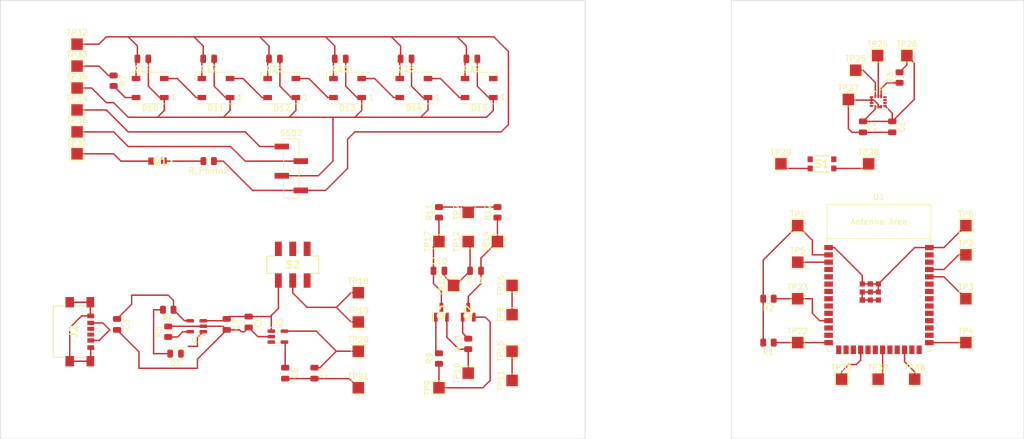
<source format=kicad_pcb>
(kicad_pcb (version 20221018) (generator pcbnew)
  (layers (0 "F.Cu" signal) (31 "B.Cu" signal) (34 "B.Paste" user) (35 "F.Paste" user) (36 "B.SilkS" user "B.Silkscreen") (37 "F.SilkS" user "F.Silkscreen") (38 "B.Mask" user) (39 "F.Mask" user) (44 "Edge.Cuts" user))
  (net 0 "")
  (net 1 "Net-(U4-VDD)")
  (net 2 "Net-(U4-SCX)")
  (net 3 "Net-(D10-VDD)")
  (net 4 "Net-(D10-VSS)")
  (net 5 "Net-(D10-DOUT)")
  (net 6 "Net-(D10-DIN)")
  (net 7 "Net-(D11-DOUT)")
  (net 8 "Net-(D12-DOUT)")
  (net 9 "Net-(D13-DOUT)")
  (net 10 "Net-(D14-DOUT)")
  (net 12 "Net-(U1-GPIO20{slash}U1CTS{slash}ADC2_CH9{slash}CLK_OUT1{slash}USB_D+)")
  (net 13 "Net-(U1-3V3)")
  (net 14 "Net-(U4-CS)")
  (net 15 "Net-(R7-Pad1)")
  (net 16 "Net-(Q1-E)")
  (net 17 "Net-(SSD2-Pin_1)")
  (net 18 "Net-(SSD2-Pin_2)")
  (net 19 "Net-(U1-U0TXD{slash}GPIO43{slash}CLK_OUT1)")
  (net 20 "Net-(U1-U0RXD{slash}GPIO44{slash}CLK_OUT2)")
  (net 21 "Net-(U1-GPIO0{slash}BOOT)")
  (net 22 "Net-(U1-EN)")
  (net 23 "Net-(TP6-Pad1)")
  (net 24 "Net-(U4-SCL)")
  (net 25 "Net-(U4-SDA)")
  (net 26 "Net-(S1-Pad2)")
  (net 27 "Net-(S1-Pad1)")
  (net 56 "Net-(U1-GPIO13{slash}TOUCH13{slash}ADC2_CH2{slash}FSPIQ{slash}FSPIIO7{slash}SUBSPIQ)")
  (net 58 "Net-(U1-GPIO10{slash}TOUCH10{slash}ADC1_CH9{slash}FSPICS0{slash}FSPIIO4{slash}SUBSPICS0)")
  (net 59 "Net-(U1-GPIO47{slash}SPICLK_P{slash}SUBSPICLK_P_DIFF)")
  (net 62 "Net-(U1-GPIO18{slash}U1RXD{slash}ADC2_CH7{slash}CLK_OUT3)")
  (net 66 "Net-(Q1-C)")
  (net 67 "Net-(U3-V_{DD})")
  (net 68 "Net-(U2-GND)")
  (net 69 "Net-(U2-VIN)")
  (net 70 "Net-(U2-Bypass)")
  (net 71 "Net-(U2-VOUT)")
  (net 72 "Net-(Q3-D)")
  (net 73 "Net-(C10-Pad2)")
  (net 74 "Net-(Q2-D)")
  (net 75 "Net-(D1-K)")
  (net 76 "Net-(D1-A)")
  (net 79 "Net-(Q2-G)")
  (net 80 "Net-(Q2-S)")
  (net 81 "Net-(Q3-G)")
  (net 82 "Net-(Q3-S)")
  (net 83 "Net-(U3-PROG)")
  (net 84 "Net-(R11-Pad2)")
  (net 85 "Net-(S2-Pad2)")
  (net 90 "Net-(TP16-Pad1)")
  (net 91 "Net-(TP11-Pad1)")
  (footprint "TestPoint:TestPoint_Pad_2.0x2.0mm" (layer "F.Cu") (at 139.7 105.41 90)
    (fp_text reference "TP8")
    (fp_text value "TXD")
  )
  (footprint "TestPoint:TestPoint_Pad_2.0x2.0mm" (layer "F.Cu") (at 189.32 102.64)
    (fp_text reference "TP23")
    (fp_text value "SDA")
  )
  (footprint "TestPoint:TestPoint_Pad_2.0x2.0mm" (layer "F.Cu") (at 64.135 69.85)
    (fp_text reference "TP34")
    (fp_text value "SDA")
  )
  (footprint "Capacitor_SMD:C_0805_2012Metric" (layer "F.Cu") (at 90.13 107.1 -90)
    (fp_text reference "C4")
    (fp_text value "4.7µF")
  )
  (footprint "TestPoint:TestPoint_Pad_2.0x2.0mm" (layer "F.Cu") (at 139.7 111.76 90)
    (fp_text reference "TP15")
    (fp_text value "FL_RXD")
  )
  (footprint "Resistor_SMD:R_0805_2012Metric" (layer "F.Cu") (at 137.16 87.63 90)
    (fp_text reference "R12")
    (fp_text value "10kΩ")
  )
  (footprint "LED_SMD:LED_WS2812B_PLCC4_5.0x5.0mm_P3.2mm" (layer "F.Cu") (at 88.265 66.04 180)
    (fp_text reference "D11")
    (fp_text value "WS2812B")
  )
  (footprint "Capacitor_SMD:C_0805_2012Metric" (layer "F.Cu") (at 105.37 115.57 -90)
    (fp_text reference "C7")
    (fp_text value "1µF")
  )
  (footprint "Capacitor_SMD:C_0805_2012Metric" (layer "F.Cu") (at 127 97.79)
    (fp_text reference "C10")
    (fp_text value "0.1µF")
  )
  (footprint "Capacitor_SMD:C_0805_2012Metric" (layer "F.Cu") (at 71.08 107.1 -90)
    (fp_text reference "C3")
    (fp_text value "4.7µF")
  )
  (footprint "TestPoint:TestPoint_Pad_2.0x2.0mm" (layer "F.Cu") (at 218.53 95.02)
    (fp_text reference "TP2")
    (fp_text value "FL_RXD")
  )
  (footprint "TestPoint:TestPoint_Pad_2.0x2.0mm" (layer "F.Cu") (at 218.53 102.64)
    (fp_text reference "TP3")
    (fp_text value "FL_TXD")
  )
  (footprint "LED_SMD:LED_0805_2012Metric" (layer "F.Cu") (at 81.24 112.18 180)
    (fp_text reference "D1")
    (fp_text value "LED")
  )
  (footprint "LED_SMD:LED_WS2812B_PLCC4_5.0x5.0mm_P3.2mm" (layer "F.Cu") (at 111.125 66.04 180)
    (fp_text reference "D13")
    (fp_text value "WS2812B")
  )
  (footprint "Resistor_SMD:R_0805_2012Metric" (layer "F.Cu") (at 184.24 102.64 180)
    (fp_text reference "R2")
    (fp_text value "10kΩ")
  )
  (footprint "TestPoint:TestPoint_Pad_2.0x2.0mm" (layer "F.Cu") (at 189.32 110.26)
    (fp_text reference "TP22")
    (fp_text value "SCL")
  )
  (footprint "Capacitor_SMD:C_0805_2012Metric" (layer "F.Cu") (at 100.29 115.57 -90)
    (fp_text reference "C6")
    (fp_text value "470pF")
  )
  (footprint "Capacitor_SMD:C_0805_2012Metric" (layer "F.Cu") (at 86.995 60.96 180)
    (fp_text reference "C17")
    (fp_text value "0.1µF")
  )
  (footprint "TestPoint:TestPoint_Pad_2.0x2.0mm" (layer "F.Cu") (at 186.4 79.21)
    (fp_text reference "TP29")
    (fp_text value "GPIO_Switch")
  )
  (footprint "TestPoint:TestPoint_Pad_2.0x2.0mm" (layer "F.Cu") (at 64.135 66.04)
    (fp_text reference "TP36")
    (fp_text value "+4.4V")
  )
  (footprint "Resistor_SMD:R_0805_2012Metric" (layer "F.Cu") (at 132.08 110.49 90)
    (fp_text reference "R10")
    (fp_text value "10kΩ")
  )
  (footprint "TestPoint:TestPoint_Pad_2.0x2.0mm" (layer "F.Cu") (at 64.135 77.47)
    (fp_text reference "TP31")
    (fp_text value "GPIO_Photo")
  )
  (footprint "SFH_3711:SFH3711" (layer "F.Cu") (at 78.105 78.74 180)
    (fp_text reference "Q1")
    (fp_text value "SFH_3711" hide)
  )
  (footprint "TestPoint:TestPoint_Pad_2.0x2.0mm" (layer "F.Cu") (at 208.28 60.40625)
    (fp_text reference "TP26")
    (fp_text value "+3.3V")
  )
  (footprint "Connector_PinHeader_2.54mm:PinHeader_1x04_P2.54mm_Vertical_SMD_Pin1Left" (layer "F.Cu") (at 101.35 80.01)
    (fp_text reference "SSD2")
    (fp_text value "Conn_01x04_Pin")
  )
  (footprint "TestPoint:TestPoint_Pad_2.0x2.0mm" (layer "F.Cu") (at 198.12 68.02625)
    (fp_text reference "TP27")
    (fp_text value "GND")
  )
  (footprint "Resistor_SMD:R_0805_2012Metric" (layer "F.Cu") (at 207.01 64.21625 90)
    (fp_text reference "R3")
    (fp_text value "10kΩ")
  )
  (footprint "Resistor_SMD:R_0805_2012Metric" (layer "F.Cu") (at 79.97 108.37 90)
    (fp_text reference "R5")
    (fp_text value "2kΩ")
  )
  (footprint "USB4135-GF-A:USB4135GFA" (layer "F.Cu") (at 63.46 108.37 -90)
    (fp_text reference "J2")
    (fp_text value "USB4135-GF-A" hide)
  )
  (footprint "Resistor_SMD:R_0805_2012Metric" (layer "F.Cu") (at 70.485 64.77 -90)
    (fp_text reference "R7")
    (fp_text value "330Ω")
  )
  (footprint "TestPoint:TestPoint_Pad_2.0x2.0mm" (layer "F.Cu") (at 64.135 62.23)
    (fp_text reference "TP33")
    (fp_text value "GPIO_Pixel")
  )
  (footprint "TestPoint:TestPoint_Pad_2.0x2.0mm" (layer "F.Cu") (at 132.08 87.63 90)
    (fp_text reference "TP7")
    (fp_text value "+3.3V")
  )
  (footprint "Package_TO_SOT_SMD:SOT-23-5" (layer "F.Cu") (at 84.9175 107.42 180)
    (fp_text reference "U3")
    (fp_text value "MCP73831-2-OT")
  )
  (footprint "TestPoint:TestPoint_Pad_2.0x2.0mm" (layer "F.Cu") (at 203.2 60.40625)
    (fp_text reference "TP24")
    (fp_text value "SCL")
  )
  (footprint "Capacitor_SMD:C_0805_2012Metric" (layer "F.Cu") (at 133.35 97.79 180)
    (fp_text reference "C11")
    (fp_text value "470nF")
  )
  (footprint "TestPoint:TestPoint_Pad_2.0x2.0mm" (layer "F.Cu") (at 127 118.11 90)
    (fp_text reference "TP9")
    (fp_text value "DTR")
  )
  (footprint "Capacitor_SMD:C_0805_2012Metric" (layer "F.Cu") (at 98.425 60.96 180)
    (fp_text reference "C15")
    (fp_text value "0.1µF")
  )
  (footprint "Capacitor_SMD:C_0805_2012Metric" (layer "F.Cu") (at 93.94 106.68 -90)
    (fp_text reference "C5")
    (fp_text value "1µF")
  )
  (footprint "JS202011SCQN:JS202011SCQN" (layer "F.Cu") (at 101.6 96.73)
    (fp_text reference "S2")
    (fp_text value "JS202011SCQN" hide)
  )
  (footprint "TestPoint:TestPoint_Pad_2.0x2.0mm" (layer "F.Cu") (at 112.99 118.11)
    (fp_text reference "TP21")
    (fp_text value "GND")
  )
  (footprint "Resistor_SMD:R_0805_2012Metric" (layer "F.Cu") (at 127 87.63 90)
    (fp_text reference "R11")
    (fp_text value "10kΩ")
  )
  (footprint "Capacitor_SMD:C_0805_2012Metric" (layer "F.Cu") (at 205.74 72.78625 -90)
    (fp_text reference "C1")
    (fp_text value "100nF")
  )
  (footprint "Resistor_SMD:R_0805_2012Metric" (layer "F.Cu") (at 86.995 78.74 180)
    (fp_text reference "R_Photo2")
    (fp_text value "0Ω")
  )
  (footprint "Resistor_SMD:R_0805_2012Metric" (layer "F.Cu") (at 127 113.03 90)
    (fp_text reference "R9")
    (fp_text value "10kΩ")
  )
  (footprint "TestPoint:TestPoint_Pad_2.0x2.0mm" (layer "F.Cu") (at 203.29 116.61)
    (fp_text reference "TP37")
    (fp_text value "GPIO_Photo")
  )
  (footprint "TestPoint:TestPoint_Pad_2.0x2.0mm" (layer "F.Cu") (at 139.7 100.33 90)
    (fp_text reference "TP16")
    (fp_text value "FL_TXD")
  )
  (footprint "Package_TO_SOT_SMD:SOT-23-5" (layer "F.Cu") (at 99.02 109.22)
    (fp_text reference "U2")
    (fp_text value "TC1185-xCT")
  )
  (footprint "TestPoint:TestPoint_Pad_2.0x2.0mm" (layer "F.Cu") (at 218.53 89.94)
    (fp_text reference "TP6")
    (fp_text value "GND")
  )
  (footprint "TestPoint:TestPoint_Pad_2.0x2.0mm" (layer "F.Cu") (at 209.64 116.61)
    (fp_text reference "TP38")
    (fp_text value "GPIO_Pixel")
  )
  (footprint "LED_SMD:LED_WS2812B_PLCC4_5.0x5.0mm_P3.2mm" (layer "F.Cu") (at 122.645 66.04 180)
    (fp_text reference "D14")
    (fp_text value "WS2812B")
  )
  (footprint "TestPoint:TestPoint_Pad_2.0x2.0mm" (layer "F.Cu") (at 127 92.71 90)
    (fp_text reference "TP17")
    (fp_text value "FL_RST")
  )
  (footprint "PCM_Espressif:ESP32-S3-WROOM-1" (layer "F.Cu") (at 203.43 102.01)
    (fp_text reference "U1")
    (fp_text value "ESP32-S3-WROOM-1")
  )
  (footprint "LED_SMD:LED_WS2812B_PLCC4_5.0x5.0mm_P3.2mm" (layer "F.Cu") (at 133.985 66.04 180)
    (fp_text reference "D15")
    (fp_text value "WS2812B")
  )
  (footprint "TestPoint:TestPoint_Pad_2.0x2.0mm" (layer "F.Cu") (at 132.08 92.71 90)
    (fp_text reference "TP12")
    (fp_text value "GND")
  )
  (footprint "TestPoint:TestPoint_Pad_2.0x2.0mm" (layer "F.Cu") (at 201.64 79.21)
    (fp_text reference "TP28")
    (fp_text value "GND")
  )
  (footprint "TestPoint:TestPoint_Pad_2.0x2.0mm" (layer "F.Cu") (at 129.54 100.33 90)
    (fp_text reference "TP13")
    (fp_text value "GND")
  )
  (footprint "2N7002:SOT96P240X120-3N" (layer "F.Cu") (at 127.42 104.99 90)
    (fp_text reference "Q3")
    (fp_text value "2N7002" hide)
  )
  (footprint "Capacitor_SMD:C_0805_2012Metric" (layer "F.Cu") (at 109.855 60.96 180)
    (fp_text reference "C16")
    (fp_text value "0.1µF")
  )
  (footprint "TestPoint:TestPoint_Pad_2.0x2.0mm" (layer "F.Cu") (at 189.32 96.29)
    (fp_text reference "TP5")
    (fp_text value "FL_EN")
  )
  (footprint "LED_SMD:LED_WS2812B_PLCC4_5.0x5.0mm_P3.2mm" (layer "F.Cu") (at 99.695 66.04 180)
    (fp_text reference "D12")
    (fp_text value "WS2812B")
  )
  (footprint "TestPoint:TestPoint_Pad_2.0x2.0mm" (layer "F.Cu") (at 132.08 115.57 90)
    (fp_text reference "TP10")
    (fp_text value "RTS")
  )
  (footprint "TestPoint:TestPoint_Pad_2.0x2.0mm" (layer "F.Cu") (at 189.32 89.94)
    (fp_text reference "TP1")
    (fp_text value "+3.3V")
  )
  (footprint "TestPoint:TestPoint_Pad_2.0x2.0mm" (layer "F.Cu") (at 112.99 106.68)
    (fp_text reference "TP19")
    (fp_text value "VBat")
  )
  (footprint "TestPoint:TestPoint_Pad_2.0x2.0mm" (layer "F.Cu") (at 218.53 110.26)
    (fp_text reference "TP4")
    (fp_text value "FL_RST")
  )
  (footprint "TestPoint:TestPoint_Pad_2.0x2.0mm" (layer "F.Cu") (at 112.99 101.6)
    (fp_text reference "TP18")
    (fp_text value "+4.2V")
  )
  (footprint "KMR631NGULCLFS:KMR621NG" (layer "F.Cu") (at 193.53 79.21)
    (fp_text reference "S1")
    (fp_text value "KMR631NGULCLFS" hide)
  )
  (footprint "TestPoint:TestPoint_Pad_2.0x2.0mm" (layer "F.Cu") (at 139.7 116.84 90)
    (fp_text reference "TP11")
    (fp_text value "RXD")
  )
  (footprint "Capacitor_SMD:C_0805_2012Metric" (layer "F.Cu") (at 121.285 60.96 180)
    (fp_text reference "C18")
    (fp_text value "0.1µF")
  )
  (footprint "Resistor_SMD:R_0805_2012Metric" (layer "F.Cu") (at 184.24 110.26 180)
    (fp_text reference "R1")
    (fp_text value "10kΩ")
  )
  (footprint "Package_LGA:LGA-14_3x2.5mm_P0.5mm_LayoutBorder3x4y" (layer "F.Cu") (at 203.3075 68.38375)
    (fp_text reference "U4")
    (fp_text value "LSM6DSM")
  )
  (footprint "Resistor_SMD:R_0805_2012Metric" (layer "F.Cu") (at 79.97 104.56 180)
    (fp_text reference "R6")
    (fp_text value "330Ω")
  )
  (footprint "LED_SMD:LED_WS2812B_PLCC4_5.0x5.0mm_P3.2mm" (layer "F.Cu") (at 76.835 66.04 180)
    (fp_text reference "D10")
    (fp_text value "WS2812B")
  )
  (footprint "TestPoint:TestPoint_Pad_2.0x2.0mm" (layer "F.Cu") (at 64.135 73.66)
    (fp_text reference "TP35")
    (fp_text value "SCL")
  )
  (footprint "2N7002:SOT96P240X120-3N" (layer "F.Cu") (at 132.08 104.99 90)
    (fp_text reference "Q2")
    (fp_text value "2N7002" hide)
  )
  (footprint "TestPoint:TestPoint_Pad_2.0x2.0mm" (layer "F.Cu") (at 64.135 58.42)
    (fp_text reference "TP32")
    (fp_text value "GND")
  )
  (footprint "Capacitor_SMD:C_0805_2012Metric" (layer "F.Cu") (at 200.66 72.78625 -90)
    (fp_text reference "C2")
    (fp_text value "100nF")
  )
  (footprint "TestPoint:TestPoint_Pad_2.0x2.0mm" (layer "F.Cu") (at 137.16 92.71 90)
    (fp_text reference "TP14")
    (fp_text value "FL_EN")
  )
  (footprint "Capacitor_SMD:C_0805_2012Metric" (layer "F.Cu") (at 132.715 60.96 180)
    (fp_text reference "C19")
    (fp_text value "0.1µF")
  )
  (footprint "TestPoint:TestPoint_Pad_2.0x2.0mm" (layer "F.Cu") (at 112.99 111.76)
    (fp_text reference "TP20")
    (fp_text value "+3.3V")
  )
  (footprint "Capacitor_SMD:C_0805_2012Metric" (layer "F.Cu") (at 75.565 60.96 180)
    (fp_text reference "C14")
    (fp_text value "0.1µF")
  )
  (footprint "TestPoint:TestPoint_Pad_2.0x2.0mm" (layer "F.Cu") (at 196.94 116.61)
    (fp_text reference "TP30")
    (fp_text value "GPIO_Switch")
  )
  (footprint "TestPoint:TestPoint_Pad_2.0x2.0mm" (layer "F.Cu") (at 199.39 62.94625)
    (fp_text reference "TP25")
    (fp_text value "SDA")
  )
  (gr_rect (start 177.8 50.8) (end 228.6 127) (stroke (width 0.1)) (fill none) (layer "Edge.Cuts"))
  (gr_rect (start 50.8 50.8) (end 152.4 127) (stroke (width 0.1)) (fill none) (layer "Edge.Cuts"))
  (segment (start 209.55 61.67625) (end 208.28 60.40625) (width 0.25) (layer "F.Cu") (net 1))
  (segment (start 200.66 71.83625) (end 202.8075 69.68875) (width 0.25) (layer "F.Cu") (net 1))
  (segment (start 205.74 70.40375) (end 205.74 71.83625) (width 0.25) (layer "F.Cu") (net 1))
  (segment (start 200.66 71.83625) (end 205.74 71.83625) (width 0.25) (layer "F.Cu") (net 1))
  (segment (start 204.47 69.13375) (end 205.74 70.40375) (width 0.25) (layer "F.Cu") (net 1))
  (segment (start 208.28 60.40625) (end 208.28 62.03375) (width 0.25) (layer "F.Cu") (net 1))
  (segment (start 202.8075 69.68875) (end 202.8075 69.29625) (width 0.25) (layer "F.Cu") (net 1))
  (segment (start 209.55 68.02625) (end 209.55 61.67625) (width 0.25) (layer "F.Cu") (net 1))
  (segment (start 208.28 62.03375) (end 207.01 63.30375) (width 0.25) (layer "F.Cu") (net 1))
  (segment (start 205.74 71.83625) (end 209.55 68.02625) (width 0.25) (layer "F.Cu") (net 1))
  (segment (start 198.12 73.10625) (end 198.12 68.02625) (width 0.25) (layer "F.Cu") (net 2))
  (segment (start 202.145 68.13375) (end 198.2275 68.13375) (width 0.25) (layer "F.Cu") (net 2))
  (segment (start 200.66 73.73625) (end 205.74 73.73625) (width 0.25) (layer "F.Cu") (net 2))
  (segment (start 203.8075 69.29625) (end 203.3075 69.29625) (width 0.25) (layer "F.Cu") (net 2))
  (segment (start 198.75 73.73625) (end 198.12 73.10625) (width 0.25) (layer "F.Cu") (net 2))
  (segment (start 198.2275 68.13375) (end 198.12 68.02625) (width 0.25) (layer "F.Cu") (net 2))
  (segment (start 202.145 67.63375) (end 202.145 68.63375) (width 0.25) (layer "F.Cu") (net 2))
  (segment (start 203.3075 68.897962) (end 202.543288 68.13375) (width 0.25) (layer "F.Cu") (net 2))
  (segment (start 200.66 73.73625) (end 198.75 73.73625) (width 0.25) (layer "F.Cu") (net 2))
  (segment (start 202.543288 68.13375) (end 202.145 68.13375) (width 0.25) (layer "F.Cu") (net 2))
  (segment (start 203.3075 69.29625) (end 203.3075 68.897962) (width 0.25) (layer "F.Cu") (net 2))
  (segment (start 122.235 65.72) (end 122.235 60.96) (width 0.25) (layer "F.Cu") (net 3))
  (segment (start 136.435 67.69) (end 136.435 69.94) (width 0.25) (layer "F.Cu") (net 3))
  (segment (start 89.535 71.12) (end 78.105 71.12) (width 0.25) (layer "F.Cu") (net 3))
  (segment (start 136.435 69.94) (end 135.255 71.12) (width 0.25) (layer "F.Cu") (net 3))
  (segment (start 101.345 67.69) (end 99.375 65.72) (width 0.25) (layer "F.Cu") (net 3))
  (segment (start 100.965 71.12) (end 103.505 71.12) (width 0.25) (layer "F.Cu") (net 3))
  (segment (start 99.695 81.28) (end 106.045 81.28) (width 0.25) (layer "F.Cu") (net 3))
  (segment (start 106.045 81.28) (end 108.585 78.74) (width 0.25) (layer "F.Cu") (net 3))
  (segment (start 73.025 71.12) (end 70.485 68.58) (width 0.25) (layer "F.Cu") (net 3))
  (segment (start 112.775 67.69) (end 110.805 65.72) (width 0.25) (layer "F.Cu") (net 3))
  (segment (start 108.585 71.12) (end 112.395 71.12) (width 0.25) (layer "F.Cu") (net 3))
  (segment (start 90.715 67.69) (end 89.915 67.69) (width 0.25) (layer "F.Cu") (net 3))
  (segment (start 89.915 67.69) (end 87.945 65.72) (width 0.25) (layer "F.Cu") (net 3))
  (segment (start 70.485 68.58) (end 69.215 68.58) (width 0.25) (layer "F.Cu") (net 3))
  (segment (start 90.715 69.94) (end 89.535 71.12) (width 0.25) (layer "F.Cu") (net 3))
  (segment (start 113.575 67.69) (end 113.575 69.94) (width 0.25) (layer "F.Cu") (net 3))
  (segment (start 102.145 67.69) (end 102.145 69.94) (width 0.25) (layer "F.Cu") (net 3))
  (segment (start 125.095 67.69) (end 124.205 67.69) (width 0.25) (layer "F.Cu") (net 3))
  (segment (start 89.535 71.12) (end 92.075 71.12) (width 0.25) (layer "F.Cu") (net 3))
  (segment (start 79.285 67.69) (end 79.285 69.94) (width 0.25) (layer "F.Cu") (net 3))
  (segment (start 125.095 69.85) (end 123.825 71.12) (width 0.25) (layer "F.Cu") (net 3))
  (segment (start 110.805 65.72) (end 110.805 60.96) (width 0.25) (layer "F.Cu") (net 3))
  (segment (start 136.435 67.69) (end 135.635 67.69) (width 0.25) (layer "F.Cu") (net 3))
  (segment (start 78.485 67.69) (end 79.285 67.69) (width 0.25) (layer "F.Cu") (net 3))
  (segment (start 99.375 65.72) (end 99.375 60.96) (width 0.25) (layer "F.Cu") (net 3))
  (segment (start 124.205 67.69) (end 122.235 65.72) (width 0.25) (layer "F.Cu") (net 3))
  (segment (start 113.575 67.69) (end 112.775 67.69) (width 0.25) (layer "F.Cu") (net 3))
  (segment (start 112.395 71.12) (end 123.825 71.12) (width 0.25) (layer "F.Cu") (net 3))
  (segment (start 90.715 67.69) (end 90.715 69.94) (width 0.25) (layer "F.Cu") (net 3))
  (segment (start 133.665 65.72) (end 133.665 60.96) (width 0.25) (layer "F.Cu") (net 3))
  (segment (start 66.675 66.04) (end 64.135 66.04) (width 0.25) (layer "F.Cu") (net 3))
  (segment (start 69.215 68.58) (end 66.675 66.04) (width 0.25) (layer "F.Cu") (net 3))
  (segment (start 103.505 71.12) (end 108.585 71.12) (width 0.25) (layer "F.Cu") (net 3))
  (segment (start 135.255 71.12) (end 123.825 71.12) (width 0.25) (layer "F.Cu") (net 3))
  (segment (start 113.575 69.94) (end 112.395 71.12) (width 0.25) (layer "F.Cu") (net 3))
  (segment (start 108.585 78.74) (end 108.585 71.12) (width 0.25) (layer "F.Cu") (net 3))
  (segment (start 76.515 60.96) (end 76.515 65.72) (width 0.25) (layer "F.Cu") (net 3))
  (segment (start 87.945 65.72) (end 87.945 60.96) (width 0.25) (layer "F.Cu") (net 3))
  (segment (start 135.635 67.69) (end 133.665 65.72) (width 0.25) (layer "F.Cu") (net 3))
  (segment (start 102.145 69.94) (end 100.965 71.12) (width 0.25) (layer "F.Cu") (net 3))
  (segment (start 78.105 71.12) (end 73.025 71.12) (width 0.25) (layer "F.Cu") (net 3))
  (segment (start 76.515 65.72) (end 78.485 67.69) (width 0.25) (layer "F.Cu") (net 3))
  (segment (start 79.285 69.94) (end 78.105 71.12) (width 0.25) (layer "F.Cu") (net 3))
  (segment (start 125.095 67.69) (end 125.095 69.85) (width 0.25) (layer "F.Cu") (net 3))
  (segment (start 92.075 71.12) (end 100.965 71.12) (width 0.25) (layer "F.Cu") (net 3))
  (segment (start 102.145 67.69) (end 101.345 67.69) (width 0.25) (layer "F.Cu") (net 3))
  (segment (start 97.245 64.39) (end 97.245 61.19) (width 0.25) (layer "F.Cu") (net 4))
  (segment (start 64.135 58.42) (end 67.945 58.42) (width 0.25) (layer "F.Cu") (net 4))
  (segment (start 108.675 64.39) (end 108.675 61.19) (width 0.25) (layer "F.Cu") (net 4))
  (segment (start 111.125 74.93) (end 111.125 80.01) (width 0.25) (layer "F.Cu") (net 4))
  (segment (start 120.195 64.39) (end 120.195 61.1) (width 0.25) (layer "F.Cu") (net 4))
  (segment (start 111.125 80.01) (end 107.315 83.82) (width 0.25) (layer "F.Cu") (net 4))
  (segment (start 131.765 60.96) (end 131.765 58.74) (width 0.25) (layer "F.Cu") (net 4))
  (segment (start 97.475 58.74) (end 95.885 57.15) (width 0.25) (layer "F.Cu") (net 4))
  (segment (start 74.385 61.19) (end 74.615 60.96) (width 0.25) (layer "F.Cu") (net 4))
  (segment (start 107.315 57.15) (end 118.745 57.15) (width 0.25) (layer "F.Cu") (net 4))
  (segment (start 85.815 64.39) (end 85.815 61.19) (width 0.25) (layer "F.Cu") (net 4))
  (segment (start 85.815 61.19) (end 86.045 60.96) (width 0.25) (layer "F.Cu") (net 4))
  (segment (start 131.765 58.74) (end 130.175 57.15) (width 0.25) (layer "F.Cu") (net 4))
  (segment (start 84.455 57.15) (end 95.885 57.15) (width 0.25) (layer "F.Cu") (net 4))
  (segment (start 69.215 57.15) (end 73.025 57.15) (width 0.25) (layer "F.Cu") (net 4))
  (segment (start 89.535 78.74) (end 94.615 83.82) (width 0.25) (layer "F.Cu") (net 4))
  (segment (start 112.395 73.66) (end 111.125 74.93) (width 0.25) (layer "F.Cu") (net 4))
  (segment (start 136.525 57.15) (end 139.065 59.69) (width 0.25) (layer "F.Cu") (net 4))
  (segment (start 97.475 60.96) (end 97.475 58.74) (width 0.25) (layer "F.Cu") (net 4))
  (segment (start 74.615 58.74) (end 73.025 57.15) (width 0.25) (layer "F.Cu") (net 4))
  (segment (start 108.905 58.74) (end 107.315 57.15) (width 0.25) (layer "F.Cu") (net 4))
  (segment (start 108.905 60.96) (end 108.905 58.74) (width 0.25) (layer "F.Cu") (net 4))
  (segment (start 86.045 58.74) (end 84.455 57.15) (width 0.25) (layer "F.Cu") (net 4))
  (segment (start 73.025 57.15) (end 84.455 57.15) (width 0.25) (layer "F.Cu") (net 4))
  (segment (start 137.795 73.66) (end 112.395 73.66) (width 0.25) (layer "F.Cu") (net 4))
  (segment (start 67.945 58.42) (end 69.215 57.15) (width 0.25) (layer "F.Cu") (net 4))
  (segment (start 120.335 58.74) (end 118.745 57.15) (width 0.25) (layer "F.Cu") (net 4))
  (segment (start 131.535 64.39) (end 131.535 61.19) (width 0.25) (layer "F.Cu") (net 4))
  (segment (start 131.535 61.19) (end 131.765 60.96) (width 0.25) (layer "F.Cu") (net 4))
  (segment (start 120.195 61.1) (end 120.335 60.96) (width 0.25) (layer "F.Cu") (net 4))
  (segment (start 86.045 60.96) (end 86.045 58.74) (width 0.25) (layer "F.Cu") (net 4))
  (segment (start 139.065 72.39) (end 137.795 73.66) (width 0.25) (layer "F.Cu") (net 4))
  (segment (start 130.175 57.15) (end 136.525 57.15) (width 0.25) (layer "F.Cu") (net 4))
  (segment (start 95.885 57.15) (end 107.315 57.15) (width 0.25) (layer "F.Cu") (net 4))
  (segment (start 118.745 57.15) (end 130.175 57.15) (width 0.25) (layer "F.Cu") (net 4))
  (segment (start 74.385 64.39) (end 74.385 61.19) (width 0.25) (layer "F.Cu") (net 4))
  (segment (start 94.615 83.82) (end 103.005 83.82) (width 0.25) (layer "F.Cu") (net 4))
  (segment (start 139.065 59.69) (end 139.065 72.39) (width 0.25) (layer "F.Cu") (net 4))
  (segment (start 120.335 60.96) (end 120.335 58.74) (width 0.25) (layer "F.Cu") (net 4))
  (segment (start 108.675 61.19) (end 108.905 60.96) (width 0.25) (layer "F.Cu") (net 4))
  (segment (start 97.245 61.19) (end 97.475 60.96) (width 0.25) (layer "F.Cu") (net 4))
  (segment (start 107.315 83.82) (end 103.005 83.82) (width 0.25) (layer "F.Cu") (net 4))
  (segment (start 74.615 60.96) (end 74.615 58.74) (width 0.25) (layer "F.Cu") (net 4))
  (segment (start 87.9075 78.74) (end 89.535 78.74) (width 0.25) (layer "F.Cu") (net 4))
  (segment (start 81.535 64.39) (end 84.835 67.69) (width 0.25) (layer "F.Cu") (net 5))
  (segment (start 84.835 67.69) (end 85.815 67.69) (width 0.25) (layer "F.Cu") (net 5))
  (segment (start 79.285 64.39) (end 81.535 64.39) (width 0.25) (layer "F.Cu") (net 5))
  (segment (start 72.4925 67.69) (end 70.485 65.6825) (width 0.25) (layer "F.Cu") (net 6))
  (segment (start 74.385 67.69) (end 72.4925 67.69) (width 0.25) (layer "F.Cu") (net 6))
  (segment (start 90.715 64.39) (end 92.965 64.39) (width 0.25) (layer "F.Cu") (net 7))
  (segment (start 96.265 67.69) (end 97.245 67.69) (width 0.25) (layer "F.Cu") (net 7))
  (segment (start 92.965 64.39) (end 96.265 67.69) (width 0.25) (layer "F.Cu") (net 7))
  (segment (start 104.395 64.39) (end 107.695 67.69) (width 0.25) (layer "F.Cu") (net 8))
  (segment (start 107.695 67.69) (end 108.675 67.69) (width 0.25) (layer "F.Cu") (net 8))
  (segment (start 102.145 64.39) (end 104.395 64.39) (width 0.25) (layer "F.Cu") (net 8))
  (segment (start 115.825 64.39) (end 119.125 67.69) (width 0.25) (layer "F.Cu") (net 9))
  (segment (start 113.575 64.39) (end 115.825 64.39) (width 0.25) (layer "F.Cu") (net 9))
  (segment (start 119.125 67.69) (end 120.195 67.69) (width 0.25) (layer "F.Cu") (net 9))
  (segment (start 130.555 67.69) (end 131.535 67.69) (width 0.25) (layer "F.Cu") (net 10))
  (segment (start 125.095 64.39) (end 127.255 64.39) (width 0.25) (layer "F.Cu") (net 10))
  (segment (start 127.255 64.39) (end 130.555 67.69) (width 0.25) (layer "F.Cu") (net 10))
  (segment (start 189.32 110.26) (end 194.68 110.26) (width 0.25) (layer "F.Cu") (net 12))
  (segment (start 185.1525 110.26) (end 189.32 110.26) (width 0.25) (layer "F.Cu") (net 12))
  (segment (start 183.3275 102.64) (end 183.3275 95.9325) (width 0.25) (layer "F.Cu") (net 13))
  (segment (start 191.86 92.48) (end 189.32 89.94) (width 0.25) (layer "F.Cu") (net 13))
  (segment (start 194.68 95.02) (end 191.86 95.02) (width 0.25) (layer "F.Cu") (net 13))
  (segment (start 191.86 95.02) (end 191.86 92.48) (width 0.25) (layer "F.Cu") (net 13))
  (segment (start 183.3275 95.9325) (end 189.32 89.94) (width 0.25) (layer "F.Cu") (net 13))
  (segment (start 183.3275 102.64) (end 183.3275 110.26) (width 0.25) (layer "F.Cu") (net 13))
  (segment (start 204.8275 65.12875) (end 207.01 65.12875) (width 0.25) (layer "F.Cu") (net 14))
  (segment (start 203.8075 67.47125) (end 203.8075 66.14875) (width 0.25) (layer "F.Cu") (net 14))
  (segment (start 203.8075 66.14875) (end 204.8275 65.12875) (width 0.25) (layer "F.Cu") (net 14))
  (segment (start 67.945 62.23) (end 69.5725 63.8575) (width 0.25) (layer "F.Cu") (net 15))
  (segment (start 69.5725 63.8575) (end 70.485 63.8575) (width 0.25) (layer "F.Cu") (net 15))
  (segment (start 64.135 62.23) (end 67.945 62.23) (width 0.25) (layer "F.Cu") (net 15))
  (segment (start 79.205 78.74) (end 86.0825 78.74) (width 0.25) (layer "F.Cu") (net 16))
  (segment (start 99.695 76.2) (end 95.885 76.2) (width 0.25) (layer "F.Cu") (net 17))
  (segment (start 73.025 73.66) (end 69.215 69.85) (width 0.25) (layer "F.Cu") (net 17))
  (segment (start 69.215 69.85) (end 64.135 69.85) (width 0.25) (layer "F.Cu") (net 17))
  (segment (start 93.345 73.66) (end 73.025 73.66) (width 0.25) (layer "F.Cu") (net 17))
  (segment (start 95.885 76.2) (end 93.345 73.66) (width 0.25) (layer "F.Cu") (net 17))
  (segment (start 73.025 76.2) (end 70.485 73.66) (width 0.25) (layer "F.Cu") (net 18))
  (segment (start 103.005 78.74) (end 93.345 78.74) (width 0.25) (layer "F.Cu") (net 18))
  (segment (start 93.345 78.74) (end 90.805 76.2) (width 0.25) (layer "F.Cu") (net 18))
  (segment (start 70.485 73.66) (end 64.135 73.66) (width 0.25) (layer "F.Cu") (net 18))
  (segment (start 90.805 76.2) (end 73.025 76.2) (width 0.25) (layer "F.Cu") (net 18))
  (segment (start 217.26 95.02) (end 218.53 95.02) (width 0.25) (layer "F.Cu") (net 19))
  (segment (start 214.72 97.56) (end 217.26 95.02) (width 0.25) (layer "F.Cu") (net 19))
  (segment (start 212.18 97.56) (end 214.72 97.56) (width 0.25) (layer "F.Cu") (net 19))
  (segment (start 212.18 98.83) (end 214.72 98.83) (width 0.25) (layer "F.Cu") (net 20))
  (segment (start 214.72 98.83) (end 218.53 102.64) (width 0.25) (layer "F.Cu") (net 20))
  (segment (start 212.18 110.26) (end 218.53 110.26) (width 0.25) (layer "F.Cu") (net 21))
  (segment (start 194.68 96.29) (end 189.32 96.29) (width 0.25) (layer "F.Cu") (net 22))
  (segment (start 203.33 100.07) (end 203.33 101.47) (width 0.25) (layer "F.Cu") (net 23))
  (segment (start 200.53 101.47) (end 200.53 102.87) (width 0.25) (layer "F.Cu") (net 23))
  (segment (start 200.53 100.07) (end 203.33 100.07) (width 0.25) (layer "F.Cu") (net 23))
  (segment (start 203.33 101.47) (end 200.53 101.47) (width 0.25) (layer "F.Cu") (net 23))
  (segment (start 195.68 93.75) (end 200.53 98.6) (width 0.25) (layer "F.Cu") (net 23))
  (segment (start 200.53 102.87) (end 203.33 102.87) (width 0.25) (layer "F.Cu") (net 23))
  (segment (start 209.65 93.75) (end 212.18 93.75) (width 0.25) (layer "F.Cu") (net 23))
  (segment (start 194.68 93.75) (end 195.68 93.75) (width 0.25) (layer "F.Cu") (net 23))
  (segment (start 212.18 93.75) (end 214.72 93.75) (width 0.25) (layer "F.Cu") (net 23))
  (segment (start 203.33 100.07) (end 209.65 93.75) (width 0.25) (layer "F.Cu") (net 23))
  (segment (start 200.53 98.6) (end 200.53 100.07) (width 0.25) (layer "F.Cu") (net 23))
  (segment (start 214.72 93.75) (end 218.53 89.94) (width 0.25) (layer "F.Cu") (net 23))
  (segment (start 203.3075 67.47125) (end 203.3075 60.51375) (width 0.25) (layer "F.Cu") (net 24))
  (segment (start 203.3075 60.51375) (end 203.2 60.40625) (width 0.25) (layer "F.Cu") (net 24))
  (segment (start 202.8075 67.47125) (end 202.8075 65.09375) (width 0.25) (layer "F.Cu") (net 25))
  (segment (start 200.66 62.94625) (end 199.39 62.94625) (width 0.25) (layer "F.Cu") (net 25))
  (segment (start 202.8075 65.09375) (end 200.66 62.94625) (width 0.25) (layer "F.Cu") (net 25))
  (segment (start 200.84 80.01) (end 201.64 79.21) (width 0.25) (layer "F.Cu") (net 26))
  (segment (start 195.58 80.01) (end 200.84 80.01) (width 0.25) (layer "F.Cu") (net 26))
  (segment (start 191.48 80.01) (end 187.2 80.01) (width 0.25) (layer "F.Cu") (net 27))
  (segment (start 187.2 80.01) (end 186.4 79.21) (width 0.25) (layer "F.Cu") (net 27))
  (segment (start 204.065 115.835) (end 204.065 111.51) (width 0.25) (layer "F.Cu") (net 56))
  (segment (start 203.29 116.61) (end 204.065 115.835) (width 0.25) (layer "F.Cu") (net 56))
  (segment (start 198.21 114.07) (end 199.48 114.07) (width 0.25) (layer "F.Cu") (net 58))
  (segment (start 196.94 116.61) (end 196.94 115.34) (width 0.25) (layer "F.Cu") (net 58))
  (segment (start 199.48 114.07) (end 200.255 113.295) (width 0.25) (layer "F.Cu") (net 58))
  (segment (start 196.94 115.34) (end 198.21 114.07) (width 0.25) (layer "F.Cu") (net 58))
  (segment (start 200.255 113.295) (end 200.255 111.51) (width 0.25) (layer "F.Cu") (net 58))
  (segment (start 209.64 115.34) (end 207.875 113.575) (width 0.25) (layer "F.Cu") (net 59))
  (segment (start 207.875 113.575) (end 207.875 111.51) (width 0.25) (layer "F.Cu") (net 59))
  (segment (start 209.64 116.61) (end 209.64 115.34) (width 0.25) (layer "F.Cu") (net 59))
  (segment (start 189.32 102.64) (end 191.86 102.64) (width 0.25) (layer "F.Cu") (net 62))
  (segment (start 191.86 105.18) (end 193.13 106.45) (width 0.25) (layer "F.Cu") (net 62))
  (segment (start 191.86 102.64) (end 191.86 105.18) (width 0.25) (layer "F.Cu") (net 62))
  (segment (start 185.1525 102.64) (end 189.32 102.64) (width 0.25) (layer "F.Cu") (net 62))
  (segment (start 193.13 106.45) (end 194.68 106.45) (width 0.25) (layer "F.Cu") (net 62))
  (segment (start 70.485 77.47) (end 71.755 78.74) (width 0.25) (layer "F.Cu") (net 66))
  (segment (start 64.135 77.47) (end 70.485 77.47) (width 0.25) (layer "F.Cu") (net 66))
  (segment (start 71.755 78.74) (end 77.005 78.74) (width 0.25) (layer "F.Cu") (net 66))
  (segment (start 73.62 103.61) (end 71.08 106.15) (width 0.25) (layer "F.Cu") (net 67))
  (segment (start 69.81 108.05) (end 67.97 109.89) (width 0.25) (layer "F.Cu") (net 67))
  (segment (start 83.78 106.47) (end 82.7925 106.47) (width 0.25) (layer "F.Cu") (net 67))
  (segment (start 68.61 106.85) (end 69.81 108.05) (width 0.25) (layer "F.Cu") (net 67))
  (segment (start 66.515 109.89) (end 67.27 109.89) (width 0.25) (layer "F.Cu") (net 67))
  (segment (start 66.515 106.85) (end 68.61 106.85) (width 0.25) (layer "F.Cu") (net 67))
  (segment (start 73.62 102.02) (end 73.62 103.61) (width 0.25) (layer "F.Cu") (net 67))
  (segment (start 79.97 102.02) (end 73.62 102.02) (width 0.25) (layer "F.Cu") (net 67))
  (segment (start 80.8825 104.56) (end 80.8825 102.9325) (width 0.25) (layer "F.Cu") (net 67))
  (segment (start 67.97 109.89) (end 67.27 109.89) (width 0.25) (layer "F.Cu") (net 67))
  (segment (start 82.7925 106.47) (end 80.8825 104.56) (width 0.25) (layer "F.Cu") (net 67))
  (segment (start 80.8825 102.9325) (end 79.97 102.02) (width 0.25) (layer "F.Cu") (net 67))
  (segment (start 66.44 105.545) (end 66.515 105.62) (width 0.25) (layer "F.Cu") (net 68))
  (segment (start 89.5 107.42) (end 90.13 108.05) (width 0.25) (layer "F.Cu") (net 68))
  (segment (start 90.13 108.05) (end 85.05 113.13) (width 0.25) (layer "F.Cu") (net 68))
  (segment (start 62.86 113.495) (end 66.44 113.495) (width 0.25) (layer "F.Cu") (net 68))
  (segment (start 66.44 103.245) (end 66.44 105.545) (width 0.25) (layer "F.Cu") (net 68))
  (segment (start 74.89 111.86) (end 71.08 108.05) (width 0.25) (layer "F.Cu") (net 68))
  (segment (start 62.86 107.7) (end 62.86 113.495) (width 0.25) (layer "F.Cu") (net 68))
  (segment (start 93.94 107.63) (end 95.53 109.22) (width 0.25) (layer "F.Cu") (net 68))
  (segment (start 105.37 116.52) (end 111.4 116.52) (width 0.25) (layer "F.Cu") (net 68))
  (segment (start 74.89 114.72) (end 74.89 111.86) (width 0.25) (layer "F.Cu") (net 68))
  (segment (start 93.2 108.37) (end 92.67 108.37) (width 0.25) (layer "F.Cu") (net 68))
  (segment (start 93.94 107.63) (end 93.2 108.37) (width 0.25) (layer "F.Cu") (net 68))
  (segment (start 80.0075 107.42) (end 79.97 107.4575) (width 0.25) (layer "F.Cu") (net 68))
  (segment (start 95.53 109.22) (end 97.8825 109.22) (width 0.25) (layer "F.Cu") (net 68))
  (segment (start 92.35 108.05) (end 90.13 108.05) (width 0.25) (layer "F.Cu") (net 68))
  (segment (start 86.055 107.42) (end 80.0075 107.42) (width 0.25) (layer "F.Cu") (net 68))
  (segment (start 85.05 114.72) (end 74.89 114.72) (width 0.25) (layer "F.Cu") (net 68))
  (segment (start 86.055 107.42) (end 89.5 107.42) (width 0.25) (layer "F.Cu") (net 68))
  (segment (start 66.515 111.12) (end 66.515 113.42) (width 0.25) (layer "F.Cu") (net 68))
  (segment (start 85.05 113.13) (end 85.05 114.72) (width 0.25) (layer "F.Cu") (net 68))
  (segment (start 92.67 108.37) (end 92.35 108.05) (width 0.25) (layer "F.Cu") (net 68))
  (segment (start 64.94 105.62) (end 62.86 107.7) (width 0.25) (layer "F.Cu") (net 68))
  (segment (start 111.4 116.52) (end 112.99 118.11) (width 0.25) (layer "F.Cu") (net 68))
  (segment (start 66.515 113.42) (end 66.44 113.495) (width 0.25) (layer "F.Cu") (net 68))
  (segment (start 66.515 105.62) (end 64.94 105.62) (width 0.25) (layer "F.Cu") (net 68))
  (segment (start 62.86 103.245) (end 66.44 103.245) (width 0.25) (layer "F.Cu") (net 68))
  (segment (start 100.29 116.52) (end 105.37 116.52) (width 0.25) (layer "F.Cu") (net 68))
  (segment (start 99.1 104.325) (end 99.1 99.48) (width 0.25) (layer "F.Cu") (net 69))
  (segment (start 93.94 105.73) (end 97.695 105.73) (width 0.25) (layer "F.Cu") (net 69))
  (segment (start 90.55 105.73) (end 90.13 106.15) (width 0.25) (layer "F.Cu") (net 69))
  (segment (start 93.94 105.73) (end 90.55 105.73) (width 0.25) (layer "F.Cu") (net 69))
  (segment (start 89.81 106.47) (end 90.13 106.15) (width 0.25) (layer "F.Cu") (net 69))
  (segment (start 86.055 106.47) (end 89.81 106.47) (width 0.25) (layer "F.Cu") (net 69))
  (segment (start 97.8825 105.5425) (end 99.1 104.325) (width 0.25) (layer "F.Cu") (net 69))
  (segment (start 97.695 105.73) (end 97.8825 105.5425) (width 0.25) (layer "F.Cu") (net 69))
  (segment (start 97.8825 108.27) (end 97.8825 105.5425) (width 0.25) (layer "F.Cu") (net 69))
  (segment (start 100.29 114.62) (end 100.29 110.3025) (width 0.25) (layer "F.Cu") (net 70))
  (segment (start 100.29 110.3025) (end 100.1575 110.17) (width 0.25) (layer "F.Cu") (net 70))
  (segment (start 105.37 114.62) (end 106.32 114.62) (width 0.25) (layer "F.Cu") (net 71))
  (segment (start 109.18 111.76) (end 105.69 108.27) (width 0.25) (layer "F.Cu") (net 71))
  (segment (start 105.69 108.27) (end 100.1575 108.27) (width 0.25) (layer "F.Cu") (net 71))
  (segment (start 112.99 111.76) (end 109.18 111.76) (width 0.25) (layer "F.Cu") (net 71))
  (segment (start 106.32 114.62) (end 109.18 111.76) (width 0.25) (layer "F.Cu") (net 71))
  (segment (start 126.05 93.66) (end 127 92.71) (width 0.25) (layer "F.Cu") (net 72))
  (segment (start 127 92.71) (end 127 88.5425) (width 0.25) (layer "F.Cu") (net 72))
  (segment (start 127.42 101.38) (end 126.05 100.01) (width 0.25) (layer "F.Cu") (net 72))
  (segment (start 126.05 97.79) (end 126.05 100.01) (width 0.25) (layer "F.Cu") (net 72))
  (segment (start 127.42 104.14) (end 127.42 101.38) (width 0.25) (layer "F.Cu") (net 72))
  (segment (start 126.05 97.79) (end 126.05 93.66) (width 0.25) (layer "F.Cu") (net 72))
  (segment (start 129.86 100.33) (end 132.4 97.79) (width 0.25) (layer "F.Cu") (net 73))
  (segment (start 127.95 98.74) (end 129.54 100.33) (width 0.25) (layer "F.Cu") (net 73))
  (segment (start 132.4 97.79) (end 132.4 93.03) (width 0.25) (layer "F.Cu") (net 73))
  (segment (start 132.4 93.03) (end 132.08 92.71) (width 0.25) (layer "F.Cu") (net 73))
  (segment (start 127.95 97.79) (end 127.95 98.74) (width 0.25) (layer "F.Cu") (net 73))
  (segment (start 129.54 100.33) (end 129.86 100.33) (width 0.25) (layer "F.Cu") (net 73))
  (segment (start 134.3 100.01) (end 132.08 102.23) (width 0.25) (layer "F.Cu") (net 74))
  (segment (start 132.08 102.23) (end 132.08 104.14) (width 0.25) (layer "F.Cu") (net 74))
  (segment (start 137.16 92.71) (end 137.16 88.5425) (width 0.25) (layer "F.Cu") (net 74))
  (segment (start 134.3 97.79) (end 134.3 95.57) (width 0.25) (layer "F.Cu") (net 74))
  (segment (start 134.3 95.57) (end 137.16 92.71) (width 0.25) (layer "F.Cu") (net 74))
  (segment (start 134.3 97.79) (end 134.3 100.01) (width 0.25) (layer "F.Cu") (net 74))
  (segment (start 85.05 109.375) (end 86.055 108.37) (width 0.25) (layer "F.Cu") (net 75))
  (segment (start 85.05 110.91) (end 85.05 109.375) (width 0.25) (layer "F.Cu") (net 75))
  (segment (start 83.4475 110.91) (end 85.05 110.91) (width 0.25) (layer "F.Cu") (net 75))
  (segment (start 77.43 104.56) (end 79.0575 104.56) (width 0.25) (layer "F.Cu") (net 76))
  (segment (start 80.3025 112.18) (end 77.43 112.18) (width 0.25) (layer "F.Cu") (net 76))
  (segment (start 77.43 112.18) (end 77.43 104.56) (width 0.25) (layer "F.Cu") (net 76))
  (segment (start 131.12 108.6175) (end 132.08 109.5775) (width 0.25) (layer "F.Cu") (net 79))
  (segment (start 131.12 105.84) (end 131.12 108.6175) (width 0.25) (layer "F.Cu") (net 79))
  (segment (start 127 118.11) (end 134.62 118.11) (width 0.25) (layer "F.Cu") (net 80))
  (segment (start 133.04 105.84) (end 135.05 105.84) (width 0.25) (layer "F.Cu") (net 80))
  (segment (start 135.89 106.68) (end 135.89 116.84) (width 0.25) (layer "F.Cu") (net 80))
  (segment (start 127 118.11) (end 127 113.9425) (width 0.25) (layer "F.Cu") (net 80))
  (segment (start 135.05 105.84) (end 135.89 106.68) (width 0.25) (layer "F.Cu") (net 80))
  (segment (start 135.89 116.84) (end 134.62 118.11) (width 0.25) (layer "F.Cu") (net 80))
  (segment (start 126.46 111.5775) (end 127 112.1175) (width 0.25) (layer "F.Cu") (net 81))
  (segment (start 126.46 105.84) (end 126.46 111.5775) (width 0.25) (layer "F.Cu") (net 81))
  (segment (start 128.38 109.33) (end 130.4525 111.4025) (width 0.25) (layer "F.Cu") (net 82))
  (segment (start 132.08 115.57) (end 132.08 111.4025) (width 0.25) (layer "F.Cu") (net 82))
  (segment (start 130.4525 111.4025) (end 132.08 111.4025) (width 0.25) (layer "F.Cu") (net 82))
  (segment (start 128.38 105.84) (end 128.38 109.33) (width 0.25) (layer "F.Cu") (net 82))
  (segment (start 82.51 108.37) (end 81.5975 109.2825) (width 0.25) (layer "F.Cu") (net 83))
  (segment (start 83.78 108.37) (end 82.51 108.37) (width 0.25) (layer "F.Cu") (net 83))
  (segment (start 81.5975 109.2825) (end 79.97 109.2825) (width 0.25) (layer "F.Cu") (net 83))
  (segment (start 132.9925 86.7175) (end 132.08 87.63) (width 0.25) (layer "F.Cu") (net 84))
  (segment (start 131.1675 86.7175) (end 132.08 87.63) (width 0.25) (layer "F.Cu") (net 84))
  (segment (start 137.16 86.7175) (end 132.9925 86.7175) (width 0.25) (layer "F.Cu") (net 84))
  (segment (start 127 86.7175) (end 131.1675 86.7175) (width 0.25) (layer "F.Cu") (net 84))
  (segment (start 109.18 104.14) (end 111.72 101.6) (width 0.25) (layer "F.Cu") (net 85))
  (segment (start 111.72 106.68) (end 109.18 104.14) (width 0.25) (layer "F.Cu") (net 85))
  (segment (start 104.1 104.14) (end 109.18 104.14) (width 0.25) (layer "F.Cu") (net 85))
  (segment (start 101.6 99.48) (end 101.6 101.64) (width 0.25) (layer "F.Cu") (net 85))
  (segment (start 111.72 101.6) (end 112.99 101.6) (width 0.25) (layer "F.Cu") (net 85))
  (segment (start 101.6 101.64) (end 104.1 104.14) (width 0.25) (layer "F.Cu") (net 85))
  (segment (start 112.99 106.68) (end 111.72 106.68) (width 0.25) (layer "F.Cu") (net 85))
  (segment (start 139.7 105.41) (end 139.7 100.33) (width 0.25) (layer "F.Cu") (net 90))
  (segment (start 139.7 116.84) (end 139.7 111.76) (width 0.25) (layer "F.Cu") (net 91))
)
</source>
